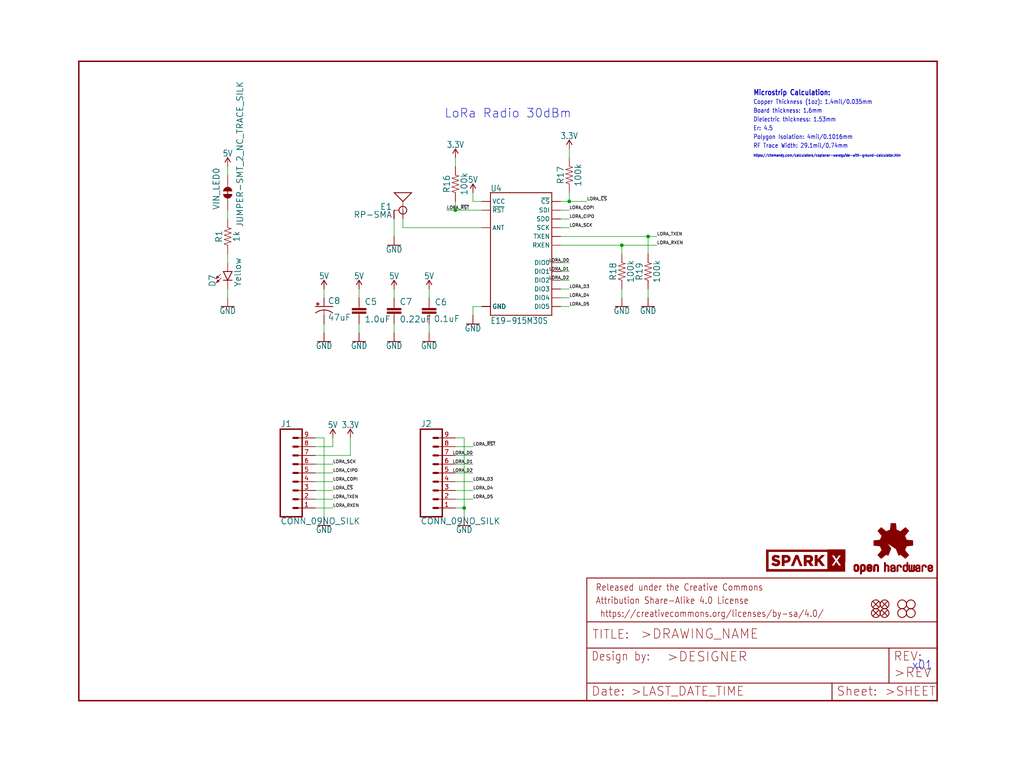
<source format=kicad_sch>
(kicad_sch (version 20211123) (generator eeschema)
  (paper "User" 297.002 223.926)
  (lib_symbols
    (symbol "eagleSchem-eagle-import:0.1UF-0603-25V-(+80{slash}-20%)"
      (property "Reference" "C" (at 1.524 2.921 0))
      (property "Value" "0.1UF-0603-25V-(+80{slash}-20%)" (at 1.524 -2.159 0))
      (symbol "0.1UF-0603-25V-(+80{slash}-20%)_1_0"
        (pin passive line (at 0 5.08 270) (length 2.54) (name "1") (number "1"))
        (pin passive line (at 0 -2.54 90) (length 2.54) (name "2") (number "2"))
      )
    )
    (symbol "eagleSchem-eagle-import:0.22UF-0603-25V-10%"
      (property "Reference" "C" (at 1.524 2.921 0))
      (property "Value" "0.22UF-0603-25V-10%" (at 1.524 -2.159 0))
      (symbol "0.22UF-0603-25V-10%_1_0"
        (pin passive line (at 0 5.08 270) (length 2.54) (name "1") (number "1"))
        (pin passive line (at 0 -2.54 90) (length 2.54) (name "2") (number "2"))
      )
    )
    (symbol "eagleSchem-eagle-import:1.0UF-0603-16V-10%"
      (property "Reference" "C" (at 1.524 2.921 0))
      (property "Value" "1.0UF-0603-16V-10%" (at 1.524 -2.159 0))
      (symbol "1.0UF-0603-16V-10%_1_0"
        (pin passive line (at 0 5.08 270) (length 2.54) (name "1") (number "1"))
        (pin passive line (at 0 -2.54 90) (length 2.54) (name "2") (number "2"))
      )
    )
    (symbol "eagleSchem-eagle-import:100KOHM-0603-1{slash}10W-1%"
      (property "Reference" "R" (at 0 1.524 0))
      (property "Value" "100KOHM-0603-1{slash}10W-1%" (at 0 -1.524 0))
      (symbol "100KOHM-0603-1{slash}10W-1%_1_0"
        (pin passive line (at -5.08 0 0) (length 2.54) (name "1") (number "1"))
        (pin passive line (at 5.08 0 180) (length 2.54) (name "2") (number "2"))
      )
    )
    (symbol "eagleSchem-eagle-import:1KOHM-0603-1{slash}10W-1%"
      (property "Reference" "R" (at 0 1.524 0))
      (property "Value" "1KOHM-0603-1{slash}10W-1%" (at 0 -1.524 0))
      (symbol "1KOHM-0603-1{slash}10W-1%_1_0"
        (pin passive line (at -5.08 0 0) (length 2.54) (name "1") (number "1"))
        (pin passive line (at 5.08 0 180) (length 2.54) (name "2") (number "2"))
      )
    )
    (symbol "eagleSchem-eagle-import:3.3V" (power)
      (property "Value" "3.3V" (at 0 2.794 0))
      (symbol "3.3V_1_0"
        (pin power_in line (at 0 0 90) (length 2.54) (name "3.3V") (number "1"))
      )
    )
    (symbol "eagleSchem-eagle-import:47UF-POLAR-EIA3528-10V-10%"
      (property "Reference" "C" (at 1.016 0.635 0))
      (property "Value" "47UF-POLAR-EIA3528-10V-10%" (at 1.016 -4.191 0))
      (symbol "47UF-POLAR-EIA3528-10V-10%_1_0"
        (pin passive line (at 0 2.54 270) (length 2.54) (name "+") (number "A"))
        (pin passive line (at 0 -5.08 90) (length 2.54) (name "-") (number "C"))
      )
    )
    (symbol "eagleSchem-eagle-import:5V" (power)
      (property "Value" "5V" (at 0 2.794 0))
      (symbol "5V_1_0"
        (pin power_in line (at 0 0 90) (length 2.54) (name "5V") (number "1"))
      )
    )
    (symbol "eagleSchem-eagle-import:ANTENNA-SMA-GROUNDEDEDGE_RPSMA"
      (property "Reference" "E" (at 3.048 0 0))
      (property "Value" "ANTENNA-SMA-GROUNDEDEDGE_RPSMA" (at 3.048 -2.286 0))
      (symbol "ANTENNA-SMA-GROUNDEDEDGE_RPSMA_1_0"
        (pin bidirectional line (at 2.54 -2.54 90) (length 2.54) (name "GND") (number "GND@0"))
        (pin bidirectional line (at 2.54 -2.54 90) (length 2.54) (name "GND") (number "GND@1"))
        (pin bidirectional line (at 2.54 -2.54 90) (length 2.54) (name "GND") (number "GND@2"))
        (pin bidirectional line (at 2.54 -2.54 90) (length 2.54) (name "GND") (number "GND@3"))
        (pin bidirectional line (at 0 -2.54 90) (length 2.54) (name "SIGNAL") (number "SIG"))
      )
    )
    (symbol "eagleSchem-eagle-import:CONN_09NO_SILK"
      (property "Reference" "J" (at 0 13.208 0))
      (property "Value" "CONN_09NO_SILK" (at 0 -14.986 0))
      (symbol "CONN_09NO_SILK_1_0"
        (pin passive line (at 10.16 -10.16 180) (length 5.08) (name "1") (number "1"))
        (pin passive line (at 10.16 -7.62 180) (length 5.08) (name "2") (number "2"))
        (pin passive line (at 10.16 -5.08 180) (length 5.08) (name "3") (number "3"))
        (pin passive line (at 10.16 -2.54 180) (length 5.08) (name "4") (number "4"))
        (pin passive line (at 10.16 0 180) (length 5.08) (name "5") (number "5"))
        (pin passive line (at 10.16 2.54 180) (length 5.08) (name "6") (number "6"))
        (pin passive line (at 10.16 5.08 180) (length 5.08) (name "7") (number "7"))
        (pin passive line (at 10.16 7.62 180) (length 5.08) (name "8") (number "8"))
        (pin passive line (at 10.16 10.16 180) (length 5.08) (name "9") (number "9"))
      )
    )
    (symbol "eagleSchem-eagle-import:E19-915MS1W"
      (property "Reference" "U" (at -7.62 18.034 0))
      (property "Value" "E19-915MS1W" (at -7.62 -20.32 0))
      (symbol "E19-915MS1W_1_0"
        (pin bidirectional line (at -10.16 -15.24 0) (length 2.54) (name "GND") (number "1"))
        (pin bidirectional line (at -10.16 -15.24 0) (length 2.54) (name "GND") (number "10"))
        (pin bidirectional line (at -10.16 15.24 0) (length 2.54) (name "VCC") (number "11"))
        (pin bidirectional line (at 12.7 7.62 180) (length 2.54) (name "SCK") (number "12"))
        (pin bidirectional line (at 12.7 10.16 180) (length 2.54) (name "SDO") (number "13"))
        (pin bidirectional line (at 12.7 12.7 180) (length 2.54) (name "SDI") (number "14"))
        (pin bidirectional line (at 12.7 15.24 180) (length 2.54) (name "~{CS}") (number "15"))
        (pin bidirectional line (at 12.7 5.08 180) (length 2.54) (name "TXEN") (number "16"))
        (pin bidirectional line (at 12.7 2.54 180) (length 2.54) (name "RXEN") (number "17"))
        (pin bidirectional line (at -10.16 -15.24 0) (length 2.54) (name "GND") (number "18"))
        (pin bidirectional line (at -10.16 7.62 0) (length 2.54) (name "ANT") (number "19"))
        (pin bidirectional line (at 12.7 -15.24 180) (length 2.54) (name "DIO5") (number "2"))
        (pin bidirectional line (at -10.16 -15.24 0) (length 2.54) (name "GND") (number "20"))
        (pin bidirectional line (at -10.16 -15.24 0) (length 2.54) (name "GND") (number "21"))
        (pin bidirectional line (at -10.16 -15.24 0) (length 2.54) (name "GND") (number "22"))
        (pin bidirectional line (at 12.7 -12.7 180) (length 2.54) (name "DIO4") (number "3"))
        (pin bidirectional line (at 12.7 -10.16 180) (length 2.54) (name "DIO3") (number "4"))
        (pin bidirectional line (at 12.7 -7.62 180) (length 2.54) (name "DIO2") (number "5"))
        (pin bidirectional line (at 12.7 -5.08 180) (length 2.54) (name "DIO1") (number "6"))
        (pin bidirectional line (at 12.7 -2.54 180) (length 2.54) (name "DIO0") (number "7"))
        (pin bidirectional line (at -10.16 12.7 0) (length 2.54) (name "~{RST}") (number "8"))
        (pin bidirectional line (at -10.16 -15.24 0) (length 2.54) (name "GND") (number "9"))
      )
    )
    (symbol "eagleSchem-eagle-import:FIDUCIALUFIDUCIAL")
    (symbol "eagleSchem-eagle-import:FRAME-LETTER"
      (symbol "FRAME-LETTER_2_0"
        (text " https://creativecommons.org/licenses/by-sa/4.0/" (at 2.54 24.13 0) (effects (font (size 1.9304 1.6408)) (justify left bottom)))
        (text ">DESIGNER" (at 23.114 11.176 0) (effects (font (size 2.7432 2.7432)) (justify left bottom)))
        (text ">DRAWING_NAME" (at 15.494 17.78 0) (effects (font (size 2.7432 2.7432)) (justify left bottom)))
        (text ">LAST_DATE_TIME" (at 12.7 1.27 0) (effects (font (size 2.54 2.54)) (justify left bottom)))
        (text ">REV" (at 88.9 6.604 0) (effects (font (size 2.7432 2.7432)) (justify left bottom)))
        (text ">SHEET" (at 86.36 1.27 0) (effects (font (size 2.54 2.54)) (justify left bottom)))
        (text "Attribution Share-Alike 4.0 License" (at 2.54 27.94 0) (effects (font (size 1.9304 1.6408)) (justify left bottom)))
        (text "Date:" (at 1.27 1.27 0) (effects (font (size 2.54 2.54)) (justify left bottom)))
        (text "Design by:" (at 1.27 11.43 0) (effects (font (size 2.54 2.159)) (justify left bottom)))
        (text "Released under the Creative Commons" (at 2.54 31.75 0) (effects (font (size 1.9304 1.6408)) (justify left bottom)))
        (text "REV:" (at 88.9 11.43 0) (effects (font (size 2.54 2.54)) (justify left bottom)))
        (text "Sheet:" (at 72.39 1.27 0) (effects (font (size 2.54 2.54)) (justify left bottom)))
        (text "TITLE:" (at 1.524 17.78 0) (effects (font (size 2.54 2.54)) (justify left bottom)))
      )
    )
    (symbol "eagleSchem-eagle-import:GND" (power)
      (property "Value" "GND" (at 0 -0.254 0))
      (symbol "GND_1_0"
        (pin power_in line (at 0 2.54 270) (length 2.54) (name "GND") (number "1"))
      )
    )
    (symbol "eagleSchem-eagle-import:JUMPER-SMT_2_NC_TRACE_SILK"
      (property "Reference" "JP" (at -2.54 2.54 0))
      (property "Value" "JUMPER-SMT_2_NC_TRACE_SILK" (at -2.54 -2.54 0))
      (symbol "JUMPER-SMT_2_NC_TRACE_SILK_1_0"
        (pin passive line (at -5.08 0 0) (length 2.54) (name "1") (number "1"))
        (pin passive line (at 5.08 0 180) (length 2.54) (name "2") (number "2"))
      )
    )
    (symbol "eagleSchem-eagle-import:LED-YELLOW0603"
      (property "Reference" "D" (at -3.429 -4.572 90))
      (property "Value" "LED-YELLOW0603" (at 1.905 -4.572 90))
      (symbol "LED-YELLOW0603_1_0"
        (pin passive line (at 0 2.54 270) (length 2.54) (name "A") (number "A"))
        (pin passive line (at 0 -5.08 90) (length 2.54) (name "C") (number "C"))
      )
    )
    (symbol "eagleSchem-eagle-import:OSHW-LOGOMINI")
    (symbol "eagleSchem-eagle-import:SPARKX-LOGO5")
    (symbol "eagleSchem-eagle-import:STAND-OFF")
  )
  (junction (at 165.1 58.42))
  (junction (at 187.96 68.58))
  (junction (at 132.08 60.96))
  (junction (at 180.34 71.12))
  (junction (at 134.62 147.32))
  (wire (pts (xy 66.04 76.2) (xy 66.04 73.66)))
  (wire (pts (xy 162.56 66.04) (xy 165.1 66.04)))
  (wire (pts (xy 187.96 86.36) (xy 187.96 83.82)))
  (wire (pts (xy 139.7 66.04) (xy 116.84 66.04)))
  (wire (pts (xy 137.16 88.9) (xy 137.16 91.44)))
  (wire (pts (xy 132.08 127) (xy 134.62 127)))
  (wire (pts (xy 66.04 48.26) (xy 66.04 50.8)))
  (wire (pts (xy 124.46 96.52) (xy 124.46 93.98)))
  (wire (pts (xy 137.16 137.16) (xy 132.08 137.16)))
  (wire (pts (xy 114.3 83.82) (xy 114.3 86.36)))
  (wire (pts (xy 91.44 137.16) (xy 96.52 137.16)))
  (wire (pts (xy 132.08 147.32) (xy 134.62 147.32)))
  (wire (pts (xy 91.44 147.32) (xy 96.52 147.32)))
  (wire (pts (xy 93.98 93.98) (xy 93.98 96.52)))
  (wire (pts (xy 139.7 58.42) (xy 137.16 58.42)))
  (wire (pts (xy 66.04 86.36) (xy 66.04 83.82)))
  (wire (pts (xy 165.1 55.88) (xy 165.1 58.42)))
  (wire (pts (xy 162.56 60.96) (xy 165.1 60.96)))
  (wire (pts (xy 101.6 132.08) (xy 101.6 127)))
  (wire (pts (xy 162.56 58.42) (xy 165.1 58.42)))
  (wire (pts (xy 93.98 127) (xy 93.98 149.86)))
  (wire (pts (xy 180.34 71.12) (xy 190.5 71.12)))
  (wire (pts (xy 132.08 45.72) (xy 132.08 48.26)))
  (wire (pts (xy 132.08 142.24) (xy 137.16 142.24)))
  (wire (pts (xy 134.62 147.32) (xy 134.62 149.86)))
  (wire (pts (xy 162.56 86.36) (xy 165.1 86.36)))
  (wire (pts (xy 124.46 83.82) (xy 124.46 86.36)))
  (wire (pts (xy 165.1 45.72) (xy 165.1 43.18)))
  (wire (pts (xy 91.44 132.08) (xy 101.6 132.08)))
  (wire (pts (xy 134.62 127) (xy 134.62 147.32)))
  (wire (pts (xy 162.56 83.82) (xy 165.1 83.82)))
  (wire (pts (xy 162.56 63.5) (xy 165.1 63.5)))
  (wire (pts (xy 137.16 132.08) (xy 132.08 132.08)))
  (wire (pts (xy 165.1 58.42) (xy 170.18 58.42)))
  (wire (pts (xy 162.56 88.9) (xy 165.1 88.9)))
  (wire (pts (xy 132.08 129.54) (xy 137.16 129.54)))
  (wire (pts (xy 187.96 68.58) (xy 190.5 68.58)))
  (wire (pts (xy 132.08 60.96) (xy 129.54 60.96)))
  (wire (pts (xy 165.1 81.28) (xy 162.56 81.28)))
  (wire (pts (xy 114.3 63.5) (xy 114.3 68.58)))
  (wire (pts (xy 162.56 71.12) (xy 180.34 71.12)))
  (wire (pts (xy 137.16 134.62) (xy 132.08 134.62)))
  (wire (pts (xy 139.7 88.9) (xy 137.16 88.9)))
  (wire (pts (xy 104.14 96.52) (xy 104.14 93.98)))
  (wire (pts (xy 187.96 73.66) (xy 187.96 68.58)))
  (wire (pts (xy 114.3 96.52) (xy 114.3 93.98)))
  (wire (pts (xy 180.34 86.36) (xy 180.34 83.82)))
  (wire (pts (xy 66.04 63.5) (xy 66.04 60.96)))
  (wire (pts (xy 91.44 144.78) (xy 96.52 144.78)))
  (wire (pts (xy 132.08 58.42) (xy 132.08 60.96)))
  (wire (pts (xy 91.44 134.62) (xy 96.52 134.62)))
  (wire (pts (xy 139.7 60.96) (xy 132.08 60.96)))
  (wire (pts (xy 165.1 76.2) (xy 162.56 76.2)))
  (wire (pts (xy 91.44 127) (xy 93.98 127)))
  (wire (pts (xy 132.08 144.78) (xy 137.16 144.78)))
  (wire (pts (xy 104.14 86.36) (xy 104.14 83.82)))
  (wire (pts (xy 91.44 139.7) (xy 96.52 139.7)))
  (wire (pts (xy 96.52 129.54) (xy 96.52 127)))
  (wire (pts (xy 116.84 66.04) (xy 116.84 63.5)))
  (wire (pts (xy 93.98 83.82) (xy 93.98 86.36)))
  (wire (pts (xy 162.56 68.58) (xy 187.96 68.58)))
  (wire (pts (xy 180.34 73.66) (xy 180.34 71.12)))
  (wire (pts (xy 137.16 58.42) (xy 137.16 55.88)))
  (wire (pts (xy 165.1 78.74) (xy 162.56 78.74)))
  (wire (pts (xy 91.44 142.24) (xy 96.52 142.24)))
  (wire (pts (xy 91.44 129.54) (xy 96.52 129.54)))
  (wire (pts (xy 132.08 139.7) (xy 137.16 139.7)))
  (text "RF Trace Width: 29.1mil/0.74mm" (at 218.44 43.18 180) (effects (font (size 1.27 1.0795)) (justify left bottom)))
  (text "x01" (at 264.414 194.564 180) (effects (font (size 2.54 2.159)) (justify left bottom)))
  (text "https://chemandy.com/calculators/coplanar-waveguide-with-ground-calculator.htm" (at 218.44 45.72 180) (effects (font (size 0.762 0.6477)) (justify left bottom)))
  (text "Dielectric thickness: 1.53mm" (at 218.44 35.56 180) (effects (font (size 1.27 1.0795)) (justify left bottom)))
  (text "Microstrip Calculation:" (at 218.44 27.94 180) (effects (font (size 1.524 1.2954) (thickness 0.2591) bold) (justify left bottom)))
  (text "Board thickness: 1.6mm" (at 218.44 33.02 180) (effects (font (size 1.27 1.0795)) (justify left bottom)))
  (text "Copper Thickness (1oz): 1.4mil/0.035mm" (at 218.44 30.48 180) (effects (font (size 1.27 1.0795)) (justify left bottom)))
  (text "Polygon Isolation: 4mil/0.1016mm" (at 218.44 40.64 180) (effects (font (size 1.27 1.0795)) (justify left bottom)))
  (text "LoRa Radio 30dBm" (at 147.32 33.02 180) (effects (font (size 2.54 2.54))))
  (text "Er: 4.5" (at 218.44 38.1 180) (effects (font (size 1.27 1.0795)) (justify left bottom)))
  (label "LORA_D1" (at 137.16 134.62 180) (effects (font (size 0.889 0.889))))
  (label "LORA_D2" (at 137.16 137.16 180) (effects (font (size 0.889 0.889))))
  (label "LORA_D1" (at 165.1 78.74 180) (effects (font (size 0.889 0.889))))
  (label "LORA_COPI" (at 165.1 60.96 0) (effects (font (size 0.889 0.889))))
  (label "LORA_CIPO" (at 165.1 63.5 0) (effects (font (size 0.889 0.889))))
  (label "LORA_RXEN" (at 96.52 147.32 0) (effects (font (size 0.889 0.889))))
  (label "LORA_SCK" (at 96.52 134.62 0) (effects (font (size 0.889 0.889))))
  (label "LORA_TXEN" (at 96.52 144.78 0) (effects (font (size 0.889 0.889))))
  (label "LORA_D2" (at 165.1 81.28 180) (effects (font (size 0.889 0.889))))
  (label "LORA_D3" (at 137.16 139.7 0) (effects (font (size 0.889 0.889))))
  (label "LORA_D0" (at 165.1 76.2 180) (effects (font (size 0.889 0.889))))
  (label "LORA_~{CS}" (at 170.18 58.42 0) (effects (font (size 0.889 0.889))))
  (label "LORA_RXEN" (at 190.5 71.12 0) (effects (font (size 0.889 0.889))))
  (label "LORA_~{CS}" (at 96.52 142.24 0) (effects (font (size 0.889 0.889))))
  (label "LORA_SCK" (at 165.1 66.04 0) (effects (font (size 0.889 0.889))))
  (label "LORA_D5" (at 165.1 88.9 0) (effects (font (size 0.889 0.889))))
  (label "LORA_D0" (at 137.16 132.08 180) (effects (font (size 0.889 0.889))))
  (label "LORA_COPI" (at 96.52 139.7 0) (effects (font (size 0.889 0.889))))
  (label "LORA_~{RST}" (at 129.54 60.96 0) (effects (font (size 0.889 0.889))))
  (label "LORA_TXEN" (at 190.5 68.58 0) (effects (font (size 0.889 0.889))))
  (label "LORA_CIPO" (at 96.52 137.16 0) (effects (font (size 0.889 0.889))))
  (label "LORA_D3" (at 165.1 83.82 0) (effects (font (size 0.889 0.889))))
  (label "LORA_D4" (at 165.1 86.36 0) (effects (font (size 0.889 0.889))))
  (label "LORA_D5" (at 137.16 144.78 0) (effects (font (size 0.889 0.889))))
  (label "LORA_D4" (at 137.16 142.24 0) (effects (font (size 0.889 0.889))))
  (label "LORA_~{RST}" (at 137.16 129.54 0) (effects (font (size 0.889 0.889))))
  (symbol (lib_id "eagleSchem-eagle-import:GND") (at 104.14 99.06 0) (unit 1)
    (property "Reference" "#GND12" (effects hide))
    (property "Value" "GND" (at 104.14 99.314 0) (effects (font (size 1.778 1.5113)) (justify top)))
    (property "Footprint" "eagleSchem:" (effects hide))
  )
  (symbol (lib_id "eagleSchem-eagle-import:47UF-POLAR-EIA3528-10V-10%") (at 93.98 88.9 0) (unit 1)
    (property "Reference" "C8" (at 94.996 88.265 0) (effects (font (size 1.778 1.778)) (justify left bottom)))
    (property "Value" "47uF" (at 94.996 93.091 0) (effects (font (size 1.778 1.778)) (justify left bottom)))
    (property "Footprint" "eagleSchem:EIA3528" (effects hide))
  )
  (symbol (lib_id "eagleSchem-eagle-import:1KOHM-0603-1{slash}10W-1%") (at 66.04 68.58 90) (unit 1)
    (property "Reference" "R1" (at 64.516 68.58 0) (effects (font (size 1.778 1.778)) (justify bottom)))
    (property "Value" "1k" (at 67.564 68.58 0) (effects (font (size 1.778 1.778)) (justify top)))
    (property "Footprint" "eagleSchem:0603" (effects hide))
  )
  (symbol (lib_id "eagleSchem-eagle-import:FRAME-LETTER") (at 170.18 203.2 0) (unit 2)
    (property "Reference" "FRAME2" (effects hide))
    (property "Value" "FRAME-LETTER" (effects hide))
    (property "Footprint" "eagleSchem:CREATIVE_COMMONS" (effects hide))
  )
  (symbol (lib_id "eagleSchem-eagle-import:STAND-OFF") (at 261.62 177.8 0) (unit 1)
    (property "Reference" "H4" (effects hide))
    (property "Value" "STAND-OFF" (effects hide))
    (property "Footprint" "eagleSchem:STAND-OFF" (effects hide))
  )
  (symbol (lib_id "eagleSchem-eagle-import:3.3V") (at 132.08 45.72 0) (unit 1)
    (property "Reference" "#SUPPLY12" (effects hide))
    (property "Value" "3.3V" (at 132.08 42.926 0) (effects (font (size 1.778 1.5113)) (justify bottom)))
    (property "Footprint" "eagleSchem:" (effects hide))
  )
  (symbol (lib_id "eagleSchem-eagle-import:0.1UF-0603-25V-(+80{slash}-20%)") (at 124.46 91.44 0) (mirror y) (unit 1)
    (property "Reference" "C6" (at 125.984 88.646 0) (effects (font (size 1.778 1.778)) (justify right bottom)))
    (property "Value" "0.1uF" (at 125.73 93.472 0) (effects (font (size 1.778 1.778)) (justify right bottom)))
    (property "Footprint" "eagleSchem:0603" (effects hide))
  )
  (symbol (lib_id "eagleSchem-eagle-import:100KOHM-0603-1{slash}10W-1%") (at 132.08 53.34 90) (unit 1)
    (property "Reference" "R16" (at 130.556 53.34 0) (effects (font (size 1.778 1.778)) (justify bottom)))
    (property "Value" "100k" (at 133.604 53.34 0) (effects (font (size 1.778 1.778)) (justify top)))
    (property "Footprint" "eagleSchem:0603" (effects hide))
  )
  (symbol (lib_id "eagleSchem-eagle-import:GND") (at 180.34 88.9 0) (unit 1)
    (property "Reference" "#GND33" (effects hide))
    (property "Value" "GND" (at 180.34 89.154 0) (effects (font (size 1.778 1.5113)) (justify top)))
    (property "Footprint" "eagleSchem:" (effects hide))
  )
  (symbol (lib_id "eagleSchem-eagle-import:LED-YELLOW0603") (at 66.04 78.74 0) (unit 1)
    (property "Reference" "D7" (at 62.611 83.312 90) (effects (font (size 1.778 1.778)) (justify left bottom)))
    (property "Value" "Yellow" (at 67.945 83.312 90) (effects (font (size 1.778 1.778)) (justify left top)))
    (property "Footprint" "eagleSchem:LED-0603" (effects hide))
  )
  (symbol (lib_id "eagleSchem-eagle-import:STAND-OFF") (at 264.16 175.26 0) (unit 1)
    (property "Reference" "H2" (effects hide))
    (property "Value" "STAND-OFF" (effects hide))
    (property "Footprint" "eagleSchem:STAND-OFF" (effects hide))
  )
  (symbol (lib_id "eagleSchem-eagle-import:GND") (at 124.46 99.06 0) (unit 1)
    (property "Reference" "#GND24" (effects hide))
    (property "Value" "GND" (at 124.46 99.314 0) (effects (font (size 1.778 1.5113)) (justify top)))
    (property "Footprint" "eagleSchem:" (effects hide))
  )
  (symbol (lib_id "eagleSchem-eagle-import:OSHW-LOGOMINI") (at 259.08 157.48 0) (unit 1)
    (property "Reference" "LOGO3" (effects hide))
    (property "Value" "OSHW-LOGOMINI" (effects hide))
    (property "Footprint" "eagleSchem:OSHW-LOGO-MINI" (effects hide))
  )
  (symbol (lib_id "eagleSchem-eagle-import:STAND-OFF") (at 261.62 175.26 0) (unit 1)
    (property "Reference" "H1" (effects hide))
    (property "Value" "STAND-OFF" (effects hide))
    (property "Footprint" "eagleSchem:STAND-OFF" (effects hide))
  )
  (symbol (lib_id "eagleSchem-eagle-import:FIDUCIALUFIDUCIAL") (at 254 177.8 0) (unit 1)
    (property "Reference" "FD4" (effects hide))
    (property "Value" "FIDUCIALUFIDUCIAL" (effects hide))
    (property "Footprint" "eagleSchem:FIDUCIAL-MICRO" (effects hide))
  )
  (symbol (lib_id "eagleSchem-eagle-import:SPARKX-LOGO5") (at 233.68 162.56 0) (unit 1)
    (property "Reference" "U$5" (effects hide))
    (property "Value" "SPARKX-LOGO5" (effects hide))
    (property "Footprint" "eagleSchem:SPARKX-LARGE" (effects hide))
  )
  (symbol (lib_id "eagleSchem-eagle-import:5V") (at 104.14 83.82 0) (unit 1)
    (property "Reference" "#SUPPLY7" (effects hide))
    (property "Value" "5V" (at 104.14 81.026 0) (effects (font (size 1.778 1.5113)) (justify bottom)))
    (property "Footprint" "eagleSchem:" (effects hide))
  )
  (symbol (lib_id "eagleSchem-eagle-import:100KOHM-0603-1{slash}10W-1%") (at 180.34 78.74 90) (unit 1)
    (property "Reference" "R18" (at 178.816 78.74 0) (effects (font (size 1.778 1.778)) (justify bottom)))
    (property "Value" "100k" (at 181.864 78.74 0) (effects (font (size 1.778 1.778)) (justify top)))
    (property "Footprint" "eagleSchem:0603" (effects hide))
  )
  (symbol (lib_id "eagleSchem-eagle-import:5V") (at 137.16 55.88 0) (unit 1)
    (property "Reference" "#SUPPLY8" (effects hide))
    (property "Value" "5V" (at 137.16 53.086 0) (effects (font (size 1.778 1.5113)) (justify bottom)))
    (property "Footprint" "eagleSchem:" (effects hide))
  )
  (symbol (lib_id "eagleSchem-eagle-import:GND") (at 93.98 99.06 0) (unit 1)
    (property "Reference" "#GND17" (effects hide))
    (property "Value" "GND" (at 93.98 99.314 0) (effects (font (size 1.778 1.5113)) (justify top)))
    (property "Footprint" "eagleSchem:" (effects hide))
  )
  (symbol (lib_id "eagleSchem-eagle-import:FIDUCIALUFIDUCIAL") (at 254 175.26 0) (unit 1)
    (property "Reference" "FD1" (effects hide))
    (property "Value" "FIDUCIALUFIDUCIAL" (effects hide))
    (property "Footprint" "eagleSchem:FIDUCIAL-MICRO" (effects hide))
  )
  (symbol (lib_id "eagleSchem-eagle-import:GND") (at 66.04 88.9 0) (unit 1)
    (property "Reference" "#GND28" (effects hide))
    (property "Value" "GND" (at 66.04 89.154 0) (effects (font (size 1.778 1.5113)) (justify top)))
    (property "Footprint" "eagleSchem:" (effects hide))
  )
  (symbol (lib_id "eagleSchem-eagle-import:5V") (at 96.52 127 0) (unit 1)
    (property "Reference" "#SUPPLY1" (effects hide))
    (property "Value" "5V" (at 96.52 124.206 0) (effects (font (size 1.778 1.5113)) (justify bottom)))
    (property "Footprint" "eagleSchem:" (effects hide))
  )
  (symbol (lib_id "eagleSchem-eagle-import:1.0UF-0603-16V-10%") (at 104.14 91.44 0) (unit 1)
    (property "Reference" "C5" (at 105.664 88.519 0) (effects (font (size 1.778 1.778)) (justify left bottom)))
    (property "Value" "1.0uF" (at 105.664 93.599 0) (effects (font (size 1.778 1.778)) (justify left bottom)))
    (property "Footprint" "eagleSchem:0603" (effects hide))
  )
  (symbol (lib_id "eagleSchem-eagle-import:GND") (at 137.16 93.98 0) (unit 1)
    (property "Reference" "#GND31" (effects hide))
    (property "Value" "GND" (at 137.16 94.234 0) (effects (font (size 1.778 1.5113)) (justify top)))
    (property "Footprint" "eagleSchem:" (effects hide))
  )
  (symbol (lib_id "eagleSchem-eagle-import:GND") (at 114.3 99.06 0) (unit 1)
    (property "Reference" "#GND16" (effects hide))
    (property "Value" "GND" (at 114.3 99.314 0) (effects (font (size 1.778 1.5113)) (justify top)))
    (property "Footprint" "eagleSchem:" (effects hide))
  )
  (symbol (lib_id "eagleSchem-eagle-import:5V") (at 114.3 83.82 0) (unit 1)
    (property "Reference" "#SUPPLY6" (effects hide))
    (property "Value" "5V" (at 114.3 81.026 0) (effects (font (size 1.778 1.5113)) (justify bottom)))
    (property "Footprint" "eagleSchem:" (effects hide))
  )
  (symbol (lib_id "eagleSchem-eagle-import:100KOHM-0603-1{slash}10W-1%") (at 165.1 50.8 90) (unit 1)
    (property "Reference" "R17" (at 163.576 50.8 0) (effects (font (size 1.778 1.778)) (justify bottom)))
    (property "Value" "100k" (at 166.624 50.8 0) (effects (font (size 1.778 1.778)) (justify top)))
    (property "Footprint" "eagleSchem:0603" (effects hide))
  )
  (symbol (lib_id "eagleSchem-eagle-import:CONN_09NO_SILK") (at 121.92 137.16 0) (unit 1)
    (property "Reference" "J2" (at 121.92 123.952 0) (effects (font (size 1.778 1.778)) (justify left bottom)))
    (property "Value" "CONN_09NO_SILK" (at 121.92 152.146 0) (effects (font (size 1.778 1.778)) (justify left bottom)))
    (property "Footprint" "eagleSchem:1X09_NO_SILK" (effects hide))
  )
  (symbol (lib_id "eagleSchem-eagle-import:0.22UF-0603-25V-10%") (at 114.3 91.44 0) (unit 1)
    (property "Reference" "C7" (at 115.824 88.519 0) (effects (font (size 1.778 1.778)) (justify left bottom)))
    (property "Value" "0.22uF" (at 115.824 93.599 0) (effects (font (size 1.778 1.778)) (justify left bottom)))
    (property "Footprint" "eagleSchem:0603" (effects hide))
  )
  (symbol (lib_id "eagleSchem-eagle-import:GND") (at 134.62 152.4 0) (unit 1)
    (property "Reference" "#GND2" (effects hide))
    (property "Value" "GND" (at 134.62 152.654 0) (effects (font (size 1.778 1.5113)) (justify top)))
    (property "Footprint" "eagleSchem:" (effects hide))
  )
  (symbol (lib_id "eagleSchem-eagle-import:GND") (at 114.3 71.12 0) (unit 1)
    (property "Reference" "#GND32" (effects hide))
    (property "Value" "GND" (at 114.3 71.374 0) (effects (font (size 1.778 1.5113)) (justify top)))
    (property "Footprint" "eagleSchem:" (effects hide))
  )
  (symbol (lib_id "eagleSchem-eagle-import:FIDUCIALUFIDUCIAL") (at 256.54 175.26 0) (unit 1)
    (property "Reference" "FD2" (effects hide))
    (property "Value" "FIDUCIALUFIDUCIAL" (effects hide))
    (property "Footprint" "eagleSchem:FIDUCIAL-MICRO" (effects hide))
  )
  (symbol (lib_id "eagleSchem-eagle-import:3.3V") (at 101.6 127 0) (unit 1)
    (property "Reference" "#SUPPLY5" (effects hide))
    (property "Value" "3.3V" (at 101.6 124.206 0) (effects (font (size 1.778 1.5113)) (justify bottom)))
    (property "Footprint" "eagleSchem:" (effects hide))
  )
  (symbol (lib_id "eagleSchem-eagle-import:ANTENNA-SMA-GROUNDEDEDGE_RPSMA") (at 116.84 60.96 0) (mirror y) (unit 1)
    (property "Reference" "E1" (at 113.792 60.96 0) (effects (font (size 1.778 1.778)) (justify left bottom)))
    (property "Value" "RP-SMA" (at 113.792 63.246 0) (effects (font (size 1.778 1.778)) (justify left bottom)))
    (property "Footprint" "eagleSchem:SMA-EDGE" (effects hide))
  )
  (symbol (lib_id "eagleSchem-eagle-import:3.3V") (at 165.1 43.18 0) (unit 1)
    (property "Reference" "#SUPPLY15" (effects hide))
    (property "Value" "3.3V" (at 165.1 40.386 0) (effects (font (size 1.778 1.5113)) (justify bottom)))
    (property "Footprint" "eagleSchem:" (effects hide))
  )
  (symbol (lib_id "eagleSchem-eagle-import:STAND-OFF") (at 264.16 177.8 0) (unit 1)
    (property "Reference" "H3" (effects hide))
    (property "Value" "STAND-OFF" (effects hide))
    (property "Footprint" "eagleSchem:STAND-OFF" (effects hide))
  )
  (symbol (lib_id "eagleSchem-eagle-import:5V") (at 124.46 83.82 0) (unit 1)
    (property "Reference" "#SUPPLY2" (effects hide))
    (property "Value" "5V" (at 124.46 81.026 0) (effects (font (size 1.778 1.5113)) (justify bottom)))
    (property "Footprint" "eagleSchem:" (effects hide))
  )
  (symbol (lib_id "eagleSchem-eagle-import:GND") (at 93.98 152.4 0) (unit 1)
    (property "Reference" "#GND1" (effects hide))
    (property "Value" "GND" (at 93.98 152.654 0) (effects (font (size 1.778 1.5113)) (justify top)))
    (property "Footprint" "eagleSchem:" (effects hide))
  )
  (symbol (lib_id "eagleSchem-eagle-import:CONN_09NO_SILK") (at 81.28 137.16 0) (unit 1)
    (property "Reference" "J1" (at 81.28 123.952 0) (effects (font (size 1.778 1.778)) (justify left bottom)))
    (property "Value" "CONN_09NO_SILK" (at 81.28 152.146 0) (effects (font (size 1.778 1.778)) (justify left bottom)))
    (property "Footprint" "eagleSchem:1X09_NO_SILK" (effects hide))
  )
  (symbol (lib_id "eagleSchem-eagle-import:FIDUCIALUFIDUCIAL") (at 256.54 177.8 0) (unit 1)
    (property "Reference" "FD3" (effects hide))
    (property "Value" "FIDUCIALUFIDUCIAL" (effects hide))
    (property "Footprint" "eagleSchem:FIDUCIAL-MICRO" (effects hide))
  )
  (symbol (lib_id "eagleSchem-eagle-import:GND") (at 187.96 88.9 0) (unit 1)
    (property "Reference" "#GND34" (effects hide))
    (property "Value" "GND" (at 187.96 89.154 0) (effects (font (size 1.778 1.5113)) (justify top)))
    (property "Footprint" "eagleSchem:" (effects hide))
  )
  (symbol (lib_id "eagleSchem-eagle-import:5V") (at 93.98 83.82 0) (unit 1)
    (property "Reference" "#SUPPLY4" (effects hide))
    (property "Value" "5V" (at 93.98 81.026 0) (effects (font (size 1.778 1.5113)) (justify bottom)))
    (property "Footprint" "eagleSchem:" (effects hide))
  )
  (symbol (lib_id "eagleSchem-eagle-import:E19-915MS1W") (at 149.86 73.66 0) (unit 1)
    (property "Reference" "U4" (at 142.24 55.626 0) (effects (font (size 1.778 1.5113)) (justify left bottom)))
    (property "Value" "E19-915M30S" (at 142.24 93.98 0) (effects (font (size 1.778 1.5113)) (justify left bottom)))
    (property "Footprint" "eagleSchem:E19-915MS1W" (effects hide))
  )
  (symbol (lib_id "eagleSchem-eagle-import:FRAME-LETTER") (at 22.86 203.2 0) (unit 1)
    (property "Reference" "FRAME2" (effects hide))
    (property "Value" "FRAME-LETTER" (effects hide))
    (property "Footprint" "eagleSchem:CREATIVE_COMMONS" (effects hide))
  )
  (symbol (lib_id "eagleSchem-eagle-import:100KOHM-0603-1{slash}10W-1%") (at 187.96 78.74 90) (unit 1)
    (property "Reference" "R19" (at 186.436 78.74 0) (effects (font (size 1.778 1.778)) (justify bottom)))
    (property "Value" "100k" (at 189.484 78.74 0) (effects (font (size 1.778 1.778)) (justify top)))
    (property "Footprint" "eagleSchem:0603" (effects hide))
  )
  (symbol (lib_id "eagleSchem-eagle-import:JUMPER-SMT_2_NC_TRACE_SILK") (at 66.04 55.88 90) (unit 1)
    (property "Reference" "VIN_LED0" (at 63.754 60.96 0) (effects (font (size 1.778 1.778)) (justify left bottom)))
    (property "Value" "JUMPER-SMT_2_NC_TRACE_SILK" (at 68.58 66.04 0) (effects (font (size 1.778 1.778)) (justify left top)))
    (property "Footprint" "eagleSchem:SMT-JUMPER_2_NC_TRACE_SILK" (effects hide))
  )
  (symbol (lib_id "eagleSchem-eagle-import:5V") (at 66.04 48.26 0) (unit 1)
    (property "Reference" "#SUPPLY3" (effects hide))
    (property "Value" "5V" (at 66.04 45.466 0) (effects (font (size 1.778 1.5113)) (justify bottom)))
    (property "Footprint" "eagleSchem:" (effects hide))
  )
)
</source>
